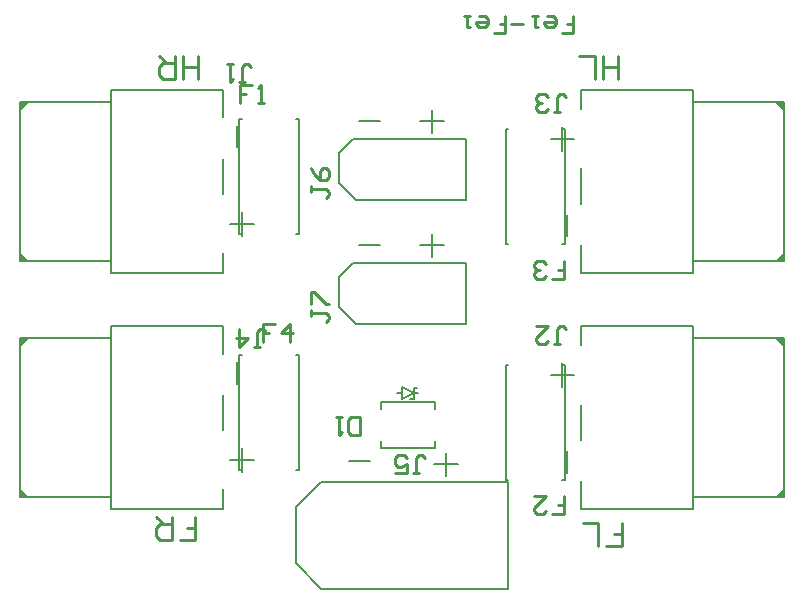
<source format=gto>
G04*
G04 #@! TF.GenerationSoftware,Altium Limited,Altium Designer,24.1.2 (44)*
G04*
G04 Layer_Color=65535*
%FSLAX44Y44*%
%MOMM*%
G71*
G04*
G04 #@! TF.SameCoordinates,F43E2160-E374-468F-ACC1-47B17D48A15B*
G04*
G04*
G04 #@! TF.FilePolarity,Positive*
G04*
G01*
G75*
%ADD10C,0.1524*%
%ADD11C,0.2000*%
%ADD12C,0.2540*%
G36*
X-65880Y82500D02*
X-73500Y82500D01*
X-73500Y90120D01*
X-65880Y82500D01*
D02*
G37*
G36*
X-73500Y209880D02*
Y217500D01*
X-65880D01*
X-73500Y209880D01*
D02*
G37*
G36*
X-65880Y282500D02*
X-73500Y282500D01*
X-73500Y290120D01*
X-65880Y282500D01*
D02*
G37*
G36*
X-73500Y409880D02*
Y417500D01*
X-65880D01*
X-73500Y409880D01*
D02*
G37*
G36*
X573500Y90120D02*
Y82500D01*
X565880D01*
X573500Y90120D01*
D02*
G37*
G36*
X565880Y217500D02*
X573500Y217500D01*
X573500Y209880D01*
X565880Y217500D01*
D02*
G37*
G36*
X573500Y290120D02*
Y282500D01*
X565880D01*
X573500Y290120D01*
D02*
G37*
G36*
X565880Y417500D02*
X573500Y417500D01*
X573500Y409880D01*
X565880Y417500D01*
D02*
G37*
D10*
X110480Y378602D02*
Y396718D01*
X114290Y304000D02*
Y324000D01*
X104290Y314000D02*
X124290D01*
X-73500Y417500D02*
X3500D01*
X-73500Y282500D02*
X3500D01*
X-73500D02*
Y417500D01*
X98500Y272500D02*
Y289000D01*
X3500Y272500D02*
X98500D01*
X3500Y427500D02*
X98500D01*
X3500Y272500D02*
Y427500D01*
X98500Y339156D02*
Y369000D01*
Y404000D02*
Y427500D01*
X232856Y95000D02*
X262700D01*
X286948Y100198D02*
Y120198D01*
X277178Y110706D02*
X297178D01*
X205042Y112992D02*
X223158D01*
X188477Y95000D02*
X340000D01*
X191421Y5000D02*
X340000D01*
Y95000D01*
X165238Y79285D02*
X175716Y89761D01*
X180954Y95000D02*
X196000D01*
X181462Y5000D02*
X191421D01*
X160000Y26462D02*
X181462Y5000D01*
X160000Y26462D02*
Y74046D01*
X175716Y89761D02*
X180954Y95000D01*
X160000Y74046D02*
X165238Y79285D01*
X304102Y228838D02*
Y281162D01*
X275586Y285640D02*
Y305640D01*
X265078Y295640D02*
X285078D01*
X213342Y295894D02*
X231458D01*
X211138Y228838D02*
X304102D01*
X196406Y243570D02*
X211138Y228838D01*
X208344Y281162D02*
X304102D01*
X196406Y269224D02*
X208344Y281162D01*
X196406Y243570D02*
Y269224D01*
X232166Y123810D02*
X277866D01*
Y130048D01*
Y156972D02*
Y163210D01*
X232166Y156972D02*
Y163210D01*
Y123810D02*
Y130048D01*
Y163210D02*
X277866D01*
X259733Y170284D02*
X263543D01*
X259733Y165839D02*
Y174729D01*
X262908D01*
X249573Y175364D02*
X259733Y170284D01*
X249573Y165204D02*
Y175364D01*
Y165204D02*
X259733Y170284D01*
X245763D02*
X249573D01*
X256558Y165839D02*
X259733D01*
X389520Y103282D02*
Y121398D01*
X385710Y176000D02*
Y196000D01*
X375710Y186000D02*
X395710D01*
X496500Y82500D02*
X573500D01*
X496500Y217500D02*
X573500D01*
Y82500D02*
Y217500D01*
X401500Y211000D02*
Y227500D01*
X496500D01*
X401500Y72500D02*
X496500D01*
Y227500D01*
X401500Y131000D02*
Y160844D01*
Y72500D02*
Y96000D01*
X389520Y303282D02*
Y321398D01*
X385710Y376000D02*
Y396000D01*
X375710Y386000D02*
X395710D01*
X496500Y282500D02*
X573500D01*
X496500Y417500D02*
X573500D01*
Y282500D02*
Y417500D01*
X401500Y411000D02*
Y427500D01*
X496500D01*
X401500Y272500D02*
X496500D01*
Y427500D01*
X401500Y331000D02*
Y360844D01*
Y272500D02*
Y296000D01*
X110480Y178602D02*
Y196718D01*
X114290Y104000D02*
Y124000D01*
X104290Y114000D02*
X124290D01*
X-73500Y217500D02*
X3500D01*
X-73500Y82500D02*
X3500D01*
X-73500D02*
Y217500D01*
X98500Y72500D02*
Y89000D01*
X3500Y72500D02*
X98500D01*
X3500Y227500D02*
X98500D01*
X3500Y72500D02*
Y227500D01*
X98500Y139156D02*
Y169000D01*
Y204000D02*
Y227500D01*
X304102Y333838D02*
Y386162D01*
X275586Y390640D02*
Y410640D01*
X265078Y400640D02*
X285078D01*
X213342Y400894D02*
X231458D01*
X211138Y333838D02*
X304102D01*
X196406Y348570D02*
X211138Y333838D01*
X208344Y386162D02*
X304102D01*
X196406Y374224D02*
X208344Y386162D01*
X196406Y348570D02*
Y374224D01*
D11*
X112264Y105782D02*
Y203082D01*
X160214D02*
X162564D01*
X112264D02*
X114614D01*
X162564Y105782D02*
Y203082D01*
X160214Y105782D02*
X162564D01*
X112264D02*
X114614D01*
X112264Y305172D02*
Y402472D01*
X160214D02*
X162564D01*
X112264D02*
X114614D01*
X162564Y305172D02*
Y402472D01*
X160214Y305172D02*
X162564D01*
X112264D02*
X114614D01*
X387862Y97146D02*
Y194446D01*
X337562Y97146D02*
X339912D01*
X385512D02*
X387862D01*
X337562D02*
Y194446D01*
X339912D01*
X385512D02*
X387862D01*
Y296790D02*
Y394090D01*
X337562Y296790D02*
X339912D01*
X385512D02*
X387862D01*
X337562D02*
Y394090D01*
X339912D01*
X385512D02*
X387862D01*
D12*
X384973Y475225D02*
X394970D01*
Y482722D01*
X389972D01*
X394970D01*
Y490220D01*
X372477D02*
X377476D01*
X379975Y487721D01*
Y482722D01*
X377476Y480223D01*
X372477D01*
X369978Y482722D01*
Y485222D01*
X379975D01*
X364980Y490220D02*
X359981D01*
X362481D01*
Y480223D01*
X364980D01*
X352484Y482722D02*
X342487D01*
X327492Y475225D02*
X337489D01*
Y482722D01*
X332490D01*
X337489D01*
Y490220D01*
X314996D02*
X319994D01*
X322494Y487721D01*
Y482722D01*
X319994Y480223D01*
X314996D01*
X312497Y482722D01*
Y485222D01*
X322494D01*
X307498Y490220D02*
X302500D01*
X304999D01*
Y480223D01*
X307498D01*
X422789Y40966D02*
X436118D01*
Y50963D01*
X429454D01*
X436118D01*
Y60960D01*
X416124Y40966D02*
Y60960D01*
X402795D01*
X433070Y436444D02*
Y456438D01*
Y446441D01*
X419741D01*
Y436444D01*
Y456438D01*
X413076Y436444D02*
Y456438D01*
X399747D01*
X61601Y46046D02*
X74930D01*
Y56043D01*
X68266D01*
X74930D01*
Y66040D01*
X54936D02*
Y46046D01*
X44940D01*
X41607Y49379D01*
Y56043D01*
X44940Y59376D01*
X54936D01*
X48272D02*
X41607Y66040D01*
X77470Y436444D02*
Y456438D01*
Y446441D01*
X64141D01*
Y436444D01*
Y456438D01*
X57476D02*
Y436444D01*
X47480D01*
X44147Y439777D01*
Y446441D01*
X47480Y449773D01*
X57476D01*
X50812D02*
X44147Y456438D01*
X141987Y229105D02*
X131830D01*
Y221488D01*
X136909D01*
X131830D01*
Y213871D01*
X154683D02*
Y229105D01*
X147065Y221488D01*
X157222D01*
X377066Y267594D02*
X387223D01*
Y275212D01*
X382145D01*
X387223D01*
Y282829D01*
X371988Y270133D02*
X369449Y267594D01*
X364370D01*
X361831Y270133D01*
Y272672D01*
X364370Y275212D01*
X366910D01*
X364370D01*
X361831Y277751D01*
Y280290D01*
X364370Y282829D01*
X369449D01*
X371988Y280290D01*
X377066Y67950D02*
X387223D01*
Y75567D01*
X382145D01*
X387223D01*
Y83185D01*
X361831D02*
X371988D01*
X361831Y73028D01*
Y70489D01*
X364370Y67950D01*
X369449D01*
X371988Y70489D01*
X123060Y431668D02*
X112903D01*
Y424050D01*
X117981D01*
X112903D01*
Y416433D01*
X128138D02*
X133216D01*
X130677D01*
Y431668D01*
X128138Y429129D01*
X172662Y240900D02*
Y235821D01*
Y238361D01*
X185358D01*
X187897Y235821D01*
Y233282D01*
X185358Y230743D01*
X172662Y245978D02*
Y256135D01*
X175201D01*
X185358Y245978D01*
X187897D01*
X172662Y345900D02*
Y340821D01*
Y343360D01*
X185358D01*
X187897Y340821D01*
Y338282D01*
X185358Y335743D01*
X172662Y361135D02*
X175201Y356056D01*
X180280Y350978D01*
X185358D01*
X187897Y353517D01*
Y358596D01*
X185358Y361135D01*
X182819D01*
X180280Y358596D01*
Y350978D01*
X214563Y135130D02*
Y150365D01*
X206945D01*
X204406Y147826D01*
Y137670D01*
X206945Y135130D01*
X214563D01*
X199328Y150365D02*
X194249D01*
X196788D01*
Y135130D01*
X199328Y137670D01*
X111506Y434088D02*
X116584D01*
X114045D01*
Y446784D01*
X116584Y449324D01*
X119123D01*
X121663Y446784D01*
X106428Y449324D02*
X101349D01*
X103888D01*
Y434088D01*
X106428Y436628D01*
X259333Y103126D02*
X264412D01*
X261872D01*
Y115822D01*
X264412Y118362D01*
X266951D01*
X269490Y115822D01*
X244098Y103126D02*
X254255D01*
Y110744D01*
X249177Y108205D01*
X246637D01*
X244098Y110744D01*
Y115822D01*
X246637Y118362D01*
X251716D01*
X254255Y115822D01*
X124713Y209298D02*
X129791D01*
X127252D01*
Y221994D01*
X129791Y224534D01*
X132331D01*
X134870Y221994D01*
X112017Y224534D02*
Y209298D01*
X119635Y216916D01*
X109478D01*
X378713Y408688D02*
X383792D01*
X381252D01*
Y421384D01*
X383792Y423923D01*
X386331D01*
X388870Y421384D01*
X373635Y411228D02*
X371096Y408688D01*
X366017D01*
X363478Y411228D01*
Y413767D01*
X366017Y416306D01*
X368557D01*
X366017D01*
X363478Y418845D01*
Y421384D01*
X366017Y423923D01*
X371096D01*
X373635Y421384D01*
X378713Y211838D02*
X383792D01*
X381252D01*
Y224534D01*
X383792Y227073D01*
X386331D01*
X388870Y224534D01*
X363478Y227073D02*
X373635D01*
X363478Y216917D01*
Y214378D01*
X366017Y211838D01*
X371096D01*
X373635Y214378D01*
M02*

</source>
